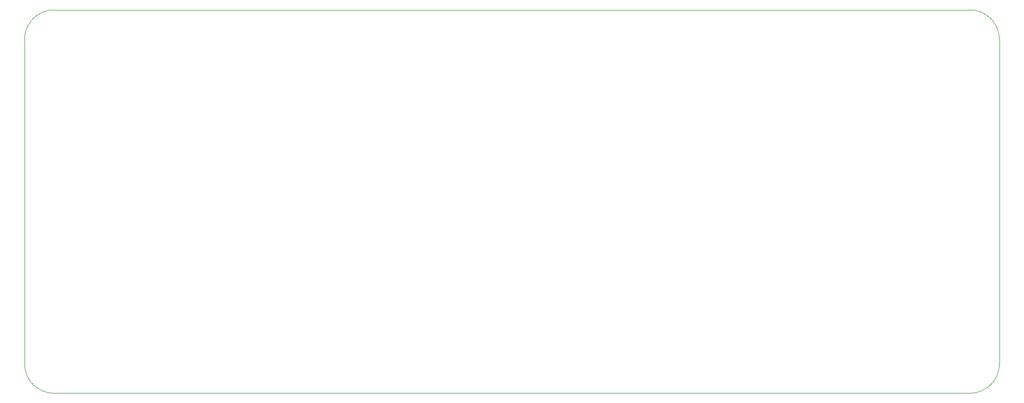
<source format=gbr>
%TF.GenerationSoftware,KiCad,Pcbnew,(5.1.9-0-10_14)*%
%TF.CreationDate,2021-06-30T23:08:08+02:00*%
%TF.ProjectId,generator,67656e65-7261-4746-9f72-2e6b69636164,rev?*%
%TF.SameCoordinates,Original*%
%TF.FileFunction,Profile,NP*%
%FSLAX46Y46*%
G04 Gerber Fmt 4.6, Leading zero omitted, Abs format (unit mm)*
G04 Created by KiCad (PCBNEW (5.1.9-0-10_14)) date 2021-06-30 23:08:08*
%MOMM*%
%LPD*%
G01*
G04 APERTURE LIST*
%TA.AperFunction,Profile*%
%ADD10C,0.050000*%
%TD*%
G04 APERTURE END LIST*
D10*
X200000000Y-85000000D02*
G75*
G02*
X205000000Y-90000000I0J-5000000D01*
G01*
X205000000Y-145000000D02*
G75*
G02*
X200000000Y-150000000I-5000000J0D01*
G01*
X40000000Y-90000000D02*
G75*
G02*
X45000000Y-85000000I5000000J0D01*
G01*
X45000000Y-150000000D02*
G75*
G02*
X40000000Y-145000000I0J5000000D01*
G01*
X40000000Y-90000000D02*
X40000000Y-145000000D01*
X200000000Y-85000000D02*
X45000000Y-85000000D01*
X205000000Y-145000000D02*
X205000000Y-90000000D01*
X45000000Y-150000000D02*
X200000000Y-150000000D01*
M02*

</source>
